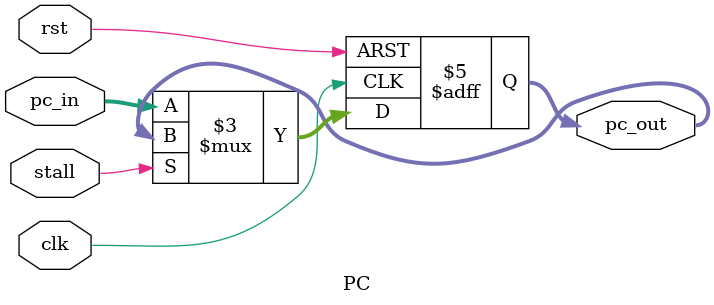
<source format=sv>
module PC (
    input               clk,
    input               rst,
    input               stall,
    input        [31:0] pc_in,
    output logic [31:0] pc_out
);

    // This describes a 32-bit register with stall and flush capabilities.
    always_ff @(posedge clk or posedge rst) begin
        if (rst) begin
            pc_out <= 32'd0; // On reset, the PC is set to address 0.
        end else if (stall) begin
            pc_out <= pc_out; // On stall, keep the current PC value.
        end else begin
            pc_out <= pc_in; // On every clock edge, load the next PC value.
        end
    end

endmodule

</source>
